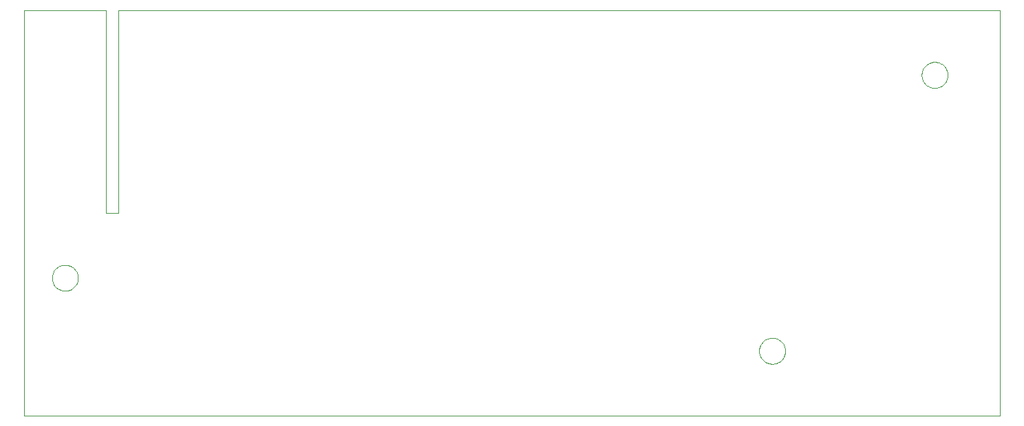
<source format=gbo>
G75*
G70*
%OFA0B0*%
%FSLAX24Y24*%
%IPPOS*%
%LPD*%
%AMOC8*
5,1,8,0,0,1.08239X$1,22.5*
%
%ADD10C,0.0000*%
D10*
X000204Y000467D02*
X000204Y020152D01*
X004141Y020152D01*
X004141Y010310D01*
X004771Y010310D01*
X004771Y020152D01*
X047448Y020152D01*
X047448Y000467D01*
X000204Y000467D01*
X001543Y007160D02*
X001545Y007210D01*
X001551Y007260D01*
X001561Y007309D01*
X001575Y007357D01*
X001592Y007404D01*
X001613Y007449D01*
X001638Y007493D01*
X001666Y007534D01*
X001698Y007573D01*
X001732Y007610D01*
X001769Y007644D01*
X001809Y007674D01*
X001851Y007701D01*
X001895Y007725D01*
X001941Y007746D01*
X001988Y007762D01*
X002036Y007775D01*
X002086Y007784D01*
X002135Y007789D01*
X002186Y007790D01*
X002236Y007787D01*
X002285Y007780D01*
X002334Y007769D01*
X002382Y007754D01*
X002428Y007736D01*
X002473Y007714D01*
X002516Y007688D01*
X002557Y007659D01*
X002596Y007627D01*
X002632Y007592D01*
X002664Y007554D01*
X002694Y007514D01*
X002721Y007471D01*
X002744Y007427D01*
X002763Y007381D01*
X002779Y007333D01*
X002791Y007284D01*
X002799Y007235D01*
X002803Y007185D01*
X002803Y007135D01*
X002799Y007085D01*
X002791Y007036D01*
X002779Y006987D01*
X002763Y006939D01*
X002744Y006893D01*
X002721Y006849D01*
X002694Y006806D01*
X002664Y006766D01*
X002632Y006728D01*
X002596Y006693D01*
X002557Y006661D01*
X002516Y006632D01*
X002473Y006606D01*
X002428Y006584D01*
X002382Y006566D01*
X002334Y006551D01*
X002285Y006540D01*
X002236Y006533D01*
X002186Y006530D01*
X002135Y006531D01*
X002086Y006536D01*
X002036Y006545D01*
X001988Y006558D01*
X001941Y006574D01*
X001895Y006595D01*
X001851Y006619D01*
X001809Y006646D01*
X001769Y006676D01*
X001732Y006710D01*
X001698Y006747D01*
X001666Y006786D01*
X001638Y006827D01*
X001613Y006871D01*
X001592Y006916D01*
X001575Y006963D01*
X001561Y007011D01*
X001551Y007060D01*
X001545Y007110D01*
X001543Y007160D01*
X035795Y003617D02*
X035797Y003667D01*
X035803Y003717D01*
X035813Y003766D01*
X035827Y003814D01*
X035844Y003861D01*
X035865Y003906D01*
X035890Y003950D01*
X035918Y003991D01*
X035950Y004030D01*
X035984Y004067D01*
X036021Y004101D01*
X036061Y004131D01*
X036103Y004158D01*
X036147Y004182D01*
X036193Y004203D01*
X036240Y004219D01*
X036288Y004232D01*
X036338Y004241D01*
X036387Y004246D01*
X036438Y004247D01*
X036488Y004244D01*
X036537Y004237D01*
X036586Y004226D01*
X036634Y004211D01*
X036680Y004193D01*
X036725Y004171D01*
X036768Y004145D01*
X036809Y004116D01*
X036848Y004084D01*
X036884Y004049D01*
X036916Y004011D01*
X036946Y003971D01*
X036973Y003928D01*
X036996Y003884D01*
X037015Y003838D01*
X037031Y003790D01*
X037043Y003741D01*
X037051Y003692D01*
X037055Y003642D01*
X037055Y003592D01*
X037051Y003542D01*
X037043Y003493D01*
X037031Y003444D01*
X037015Y003396D01*
X036996Y003350D01*
X036973Y003306D01*
X036946Y003263D01*
X036916Y003223D01*
X036884Y003185D01*
X036848Y003150D01*
X036809Y003118D01*
X036768Y003089D01*
X036725Y003063D01*
X036680Y003041D01*
X036634Y003023D01*
X036586Y003008D01*
X036537Y002997D01*
X036488Y002990D01*
X036438Y002987D01*
X036387Y002988D01*
X036338Y002993D01*
X036288Y003002D01*
X036240Y003015D01*
X036193Y003031D01*
X036147Y003052D01*
X036103Y003076D01*
X036061Y003103D01*
X036021Y003133D01*
X035984Y003167D01*
X035950Y003204D01*
X035918Y003243D01*
X035890Y003284D01*
X035865Y003328D01*
X035844Y003373D01*
X035827Y003420D01*
X035813Y003468D01*
X035803Y003517D01*
X035797Y003567D01*
X035795Y003617D01*
X043669Y017003D02*
X043671Y017053D01*
X043677Y017103D01*
X043687Y017152D01*
X043701Y017200D01*
X043718Y017247D01*
X043739Y017292D01*
X043764Y017336D01*
X043792Y017377D01*
X043824Y017416D01*
X043858Y017453D01*
X043895Y017487D01*
X043935Y017517D01*
X043977Y017544D01*
X044021Y017568D01*
X044067Y017589D01*
X044114Y017605D01*
X044162Y017618D01*
X044212Y017627D01*
X044261Y017632D01*
X044312Y017633D01*
X044362Y017630D01*
X044411Y017623D01*
X044460Y017612D01*
X044508Y017597D01*
X044554Y017579D01*
X044599Y017557D01*
X044642Y017531D01*
X044683Y017502D01*
X044722Y017470D01*
X044758Y017435D01*
X044790Y017397D01*
X044820Y017357D01*
X044847Y017314D01*
X044870Y017270D01*
X044889Y017224D01*
X044905Y017176D01*
X044917Y017127D01*
X044925Y017078D01*
X044929Y017028D01*
X044929Y016978D01*
X044925Y016928D01*
X044917Y016879D01*
X044905Y016830D01*
X044889Y016782D01*
X044870Y016736D01*
X044847Y016692D01*
X044820Y016649D01*
X044790Y016609D01*
X044758Y016571D01*
X044722Y016536D01*
X044683Y016504D01*
X044642Y016475D01*
X044599Y016449D01*
X044554Y016427D01*
X044508Y016409D01*
X044460Y016394D01*
X044411Y016383D01*
X044362Y016376D01*
X044312Y016373D01*
X044261Y016374D01*
X044212Y016379D01*
X044162Y016388D01*
X044114Y016401D01*
X044067Y016417D01*
X044021Y016438D01*
X043977Y016462D01*
X043935Y016489D01*
X043895Y016519D01*
X043858Y016553D01*
X043824Y016590D01*
X043792Y016629D01*
X043764Y016670D01*
X043739Y016714D01*
X043718Y016759D01*
X043701Y016806D01*
X043687Y016854D01*
X043677Y016903D01*
X043671Y016953D01*
X043669Y017003D01*
M02*

</source>
